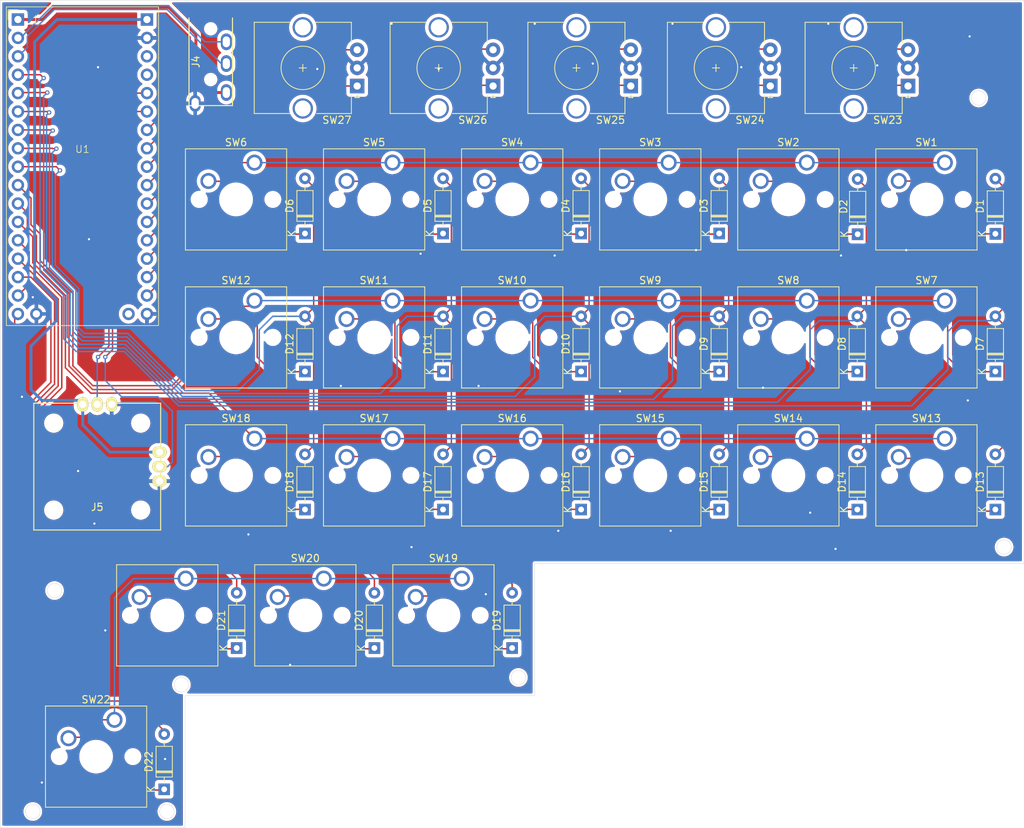
<source format=kicad_pcb>
(kicad_pcb (version 20241229) (generator "pcbnew") (generator_version "9.0")
  (layers (0 "F.Cu" signal) (2 "B.Cu" signal) (13 "F.Paste" user) (15 "B.Paste" user) (5 "F.SilkS" user "F.Silkscreen") (7 "B.SilkS" user "B.Silkscreen") (1 "F.Mask" user) (3 "B.Mask" user) (25 "Edge.Cuts" user))
  (net 0 "")
  (net 1 "VSYS")
  (net 2 "GND")
  (net 3 "+3.3V")
  (net 4 "Net-(D1-K)")
  (net 5 "col1")
  (net 6 "col2")
  (net 7 "Net-(D2-K)")
  (net 8 "Net-(D3-K)")
  (net 9 "col3")
  (net 10 "Net-(D4-K)")
  (net 11 "col4")
  (net 12 "col5")
  (net 13 "Net-(D5-K)")
  (net 14 "Net-(D6-K)")
  (net 15 "Net-(D7-K)")
  (net 16 "Net-(D8-K)")
  (net 17 "Net-(D9-K)")
  (net 18 "Net-(D10-K)")
  (net 19 "Net-(D11-K)")
  (net 20 "Net-(D12-K)")
  (net 21 "Net-(D13-K)")
  (net 22 "Net-(D14-K)")
  (net 23 "Net-(D15-K)")
  (net 24 "col6")
  (net 25 "Net-(D16-K)")
  (net 26 "Net-(D17-K)")
  (net 27 "Net-(D18-K)")
  (net 31 "GPIO23")
  (net 32 "GPIO22")
  (net 33 "GPIO20")
  (net 34 "GPIO17")
  (net 35 "GPIO16")
  (net 36 "GPIO18")
  (net 37 "GPIO21")
  (net 38 "GPIO19")
  (net 39 "GPIO27")
  (net 40 "colX1")
  (net 41 "GPIO25")
  (net 42 "Net-(D19-K)")
  (net 43 "colX2")
  (net 44 "GPIO26")
  (net 45 "Net-(D20-K)")
  (net 46 "GPIO24")
  (net 47 "colX3")
  (net 48 "row1")
  (net 49 "row2")
  (net 50 "row3")
  (net 51 "GPIO1")
  (net 52 "GPIO0")
  (net 53 "Net-(D21-K)")
  (net 54 "Net-(D22-K)")
  (net 55 "colX4")
  (net 56 "rowX")
  (footprint "Diode_THT:D_DO-35_SOD27_P7.62mm_Horizontal" (layer "F.Cu") (at 114.8 88.26 90)
    (property "Reference" "D12")
    (property "Value" "D")
  )
  (footprint "Diode_THT:D_DO-35_SOD27_P7.62mm_Horizontal" (layer "F.Cu") (at 171.95 88.26 90)
    (property "Reference" "D9")
    (property "Value" "D")
  )
  (footprint "Button_Switch_Keyboard:SW_Cherry_MX_1.00u_PCB" (layer "F.Cu") (at 107.829 78.474)
    (property "Reference" "SW12")
    (property "Value" "SW_MEC_5G")
  )
  (footprint "Diode_THT:D_DO-35_SOD27_P7.62mm_Horizontal" (layer "F.Cu") (at 114.8 69.21 90)
    (property "Reference" "D6")
    (property "Value" "D")
  )
  (footprint "Button_Switch_Keyboard:SW_Cherry_MX_1.00u_PCB" (layer "F.Cu") (at 184.029 97.524)
    (property "Reference" "SW14")
    (property "Value" "SW_MEC_5G")
  )
  (footprint "Diode_THT:D_DO-35_SOD27_P7.62mm_Horizontal" (layer "F.Cu") (at 124.38 126.435 90)
    (property "Reference" "D20")
    (property "Value" "D")
  )
  (footprint "Diode_THT:D_DO-35_SOD27_P7.62mm_Horizontal" (layer "F.Cu") (at 171.95 69.21 90)
    (property "Reference" "D3")
    (property "Value" "D")
  )
  (footprint "footprint:JT8P-3.2T- -1-16Y" (layer "F.Cu") (at 86.1375 101.3875)
    (property "Reference" "J5")
    (property "Value" "JT8P-3.2T- -1-16Y")
  )
  (footprint "Button_Switch_Keyboard:SW_Cherry_MX_1.00u_PCB" (layer "F.Cu") (at 107.829 97.524)
    (property "Reference" "SW18")
    (property "Value" "SW_MEC_5G")
  )
  (footprint "Diode_THT:D_DO-35_SOD27_P7.62mm_Horizontal" (layer "F.Cu") (at 210.05 107.31 90)
    (property "Reference" "D13")
    (property "Value" "D")
  )
  (footprint "Diode_THT:D_DO-35_SOD27_P7.62mm_Horizontal" (layer "F.Cu") (at 210.05 69.255 90)
    (property "Reference" "D1")
    (property "Value" "D")
  )
  (footprint "Button_Switch_Keyboard:SW_Cherry_MX_1.00u_PCB" (layer "F.Cu") (at 126.879 97.524)
    (property "Reference" "SW17")
    (property "Value" "SW_MEC_5G")
  )
  (footprint "Rotary_Encoder:RotaryEncoder_Alps_EC12E_Vertical_H20mm_CircularMountingHoles" (layer "F.Cu") (at 159.75 48.85 180)
    (property "Reference" "SW25")
    (property "Value" "RotaryEncoder")
  )
  (footprint "Diode_THT:D_DO-35_SOD27_P7.62mm_Horizontal" (layer "F.Cu") (at 105.38 126.435 90)
    (property "Reference" "D21")
    (property "Value" "D")
  )
  (footprint "Button_Switch_Keyboard:SW_Cherry_MX_1.00u_PCB" (layer "F.Cu") (at 117.389 116.844)
    (property "Reference" "SW20")
    (property "Value" "SW_MEC_5G")
  )
  (footprint "Button_Switch_Keyboard:SW_Cherry_MX_1.00u_PCB" (layer "F.Cu") (at 203.079 59.424)
    (property "Reference" "SW1")
    (property "Value" "SW_MEC_5G")
  )
  (footprint "Rotary_Encoder:RotaryEncoder_Alps_EC12E_Vertical_H20mm_CircularMountingHoles" (layer "F.Cu") (at 198 48.85 180)
    (property "Reference" "SW23")
    (property "Value" "RotaryEncoder")
  )
  (footprint "Button_Switch_Keyboard:SW_Cherry_MX_1.00u_PCB" (layer "F.Cu") (at 126.879 78.474)
    (property "Reference" "SW11")
    (property "Value" "SW_MEC_5G")
  )
  (footprint "Diode_THT:D_DO-35_SOD27_P7.62mm_Horizontal" (layer "F.Cu") (at 133.85 107.31 90)
    (property "Reference" "D17")
    (property "Value" "D")
  )
  (footprint "Diode_THT:D_DO-35_SOD27_P7.62mm_Horizontal" (layer "F.Cu") (at 133.85 69.21 90)
    (property "Reference" "D5")
    (property "Value" "D")
  )
  (footprint "Diode_THT:D_DO-35_SOD27_P7.62mm_Horizontal" (layer "F.Cu") (at 143.38 126.435 90)
    (property "Reference" "D19")
    (property "Value" "D")
  )
  (footprint "Button_Switch_Keyboard:SW_Cherry_MX_1.00u_PCB" (layer "F.Cu") (at 164.979 78.474)
    (property "Reference" "SW9")
    (property "Value" "SW_MEC_5G")
  )
  (footprint "Button_Switch_Keyboard:SW_Cherry_MX_1.00u_PCB" (layer "F.Cu") (at 145.929 78.474)
    (property "Reference" "SW10")
    (property "Value" "SW_MEC_5G")
  )
  (footprint "Diode_THT:D_DO-35_SOD27_P7.62mm_Horizontal" (layer "F.Cu") (at 133.85 88.26 90)
    (property "Reference" "D11")
    (property "Value" "D")
  )
  (footprint "Button_Switch_Keyboard:SW_Cherry_MX_1.00u_PCB" (layer "F.Cu") (at 164.979 97.524)
    (property "Reference" "SW15")
    (property "Value" "SW_MEC_5G")
  )
  (footprint "Diode_THT:D_DO-35_SOD27_P7.62mm_Horizontal" (layer "F.Cu") (at 152.9 69.21 90)
    (property "Reference" "D4")
    (property "Value" "D")
  )
  (footprint "Button_Switch_Keyboard:SW_Cherry_MX_1.00u_PCB" (layer "F.Cu") (at 126.879 59.424)
    (property "Reference" "SW5")
    (property "Value" "SW_MEC_5G")
  )
  (footprint "footprint:AE-RP2040" (layer "F.Cu") (at 84.1 59.92)
    (property "Reference" "U1")
    (property "Value" "~")
  )
  (footprint "Diode_THT:D_DO-35_SOD27_P7.62mm_Horizontal" (layer "F.Cu") (at 210.05 88.26 90)
    (property "Reference" "D7")
    (property "Value" "D")
  )
  (footprint "Button_Switch_Keyboard:SW_Cherry_MX_1.00u_PCB" (layer "F.Cu") (at 203.079 97.524)
    (property "Reference" "SW13")
    (property "Value" "SW_MEC_5G")
  )
  (footprint "Diode_THT:D_DO-35_SOD27_P7.62mm_Horizontal" (layer "F.Cu") (at 114.8 107.31 90)
    (property "Reference" "D18")
    (property "Value" "D")
  )
  (footprint "Diode_THT:D_DO-35_SOD27_P7.62mm_Horizontal" (layer "F.Cu") (at 171.95 107.31 90)
    (property "Reference" "D15")
    (property "Value" "D")
  )
  (footprint "Rotary_Encoder:RotaryEncoder_Alps_EC12E_Vertical_H20mm_CircularMountingHoles" (layer "F.Cu") (at 179 48.85 180)
    (property "Reference" "SW24")
    (property "Value" "RotaryEncoder")
  )
  (footprint "Button_Switch_Keyboard:SW_Cherry_MX_1.00u_PCB" (layer "F.Cu") (at 184.029 59.424)
    (property "Reference" "SW2")
    (property "Value" "SW_MEC_5G")
  )
  (footprint "footprint:MJ-4PP-9" (layer "F.Cu") (at 101.85 45.5 -90)
    (property "Reference" "J4")
    (property "Value" "AudioJack4")
  )
  (footprint "Rotary_Encoder:RotaryEncoder_Alps_EC12E_Vertical_H20mm_CircularMountingHoles" (layer "F.Cu") (at 140.75 48.85 180)
    (property "Reference" "SW26")
    (property "Value" "RotaryEncoder")
  )
  (footprint "Diode_THT:D_DO-35_SOD27_P7.62mm_Horizontal" (layer "F.Cu") (at 191 88.26 90)
    (property "Reference" "D8")
    (property "Value" "D")
  )
  (footprint "Rotary_Encoder:RotaryEncoder_Alps_EC12E_Vertical_H20mm_CircularMountingHoles" (layer "F.Cu") (at 122 48.85 180)
    (property "Reference" "SW27")
    (property "Value" "RotaryEncoder")
  )
  (footprint "Diode_THT:D_DO-35_SOD27_P7.62mm_Horizontal" (layer "F.Cu") (at 191.049 69.31 90)
    (property "Reference" "D2")
    (property "Value" "D")
  )
  (footprint "Button_Switch_Keyboard:SW_Cherry_MX_1.00u_PCB" (layer "F.Cu") (at 164.979 59.424)
    (property "Reference" "SW3")
    (property "Value" "SW_MEC_5G")
  )
  (footprint "Button_Switch_Keyboard:SW_Cherry_MX_1.00u_PCB" (layer "F.Cu") (at 145.929 59.424)
    (property "Reference" "SW4")
    (property "Value" "SW_MEC_5G")
  )
  (footprint "Button_Switch_Keyboard:SW_Cherry_MX_1.00u_PCB" (layer "F.Cu") (at 107.829 59.424)
    (property "Reference" "SW6")
    (property "Value" "SW_MEC_5G")
  )
  (footprint "Button_Switch_Keyboard:SW_Cherry_MX_1.00u_PCB" (layer "F.Cu") (at 184.029 78.474)
    (property "Reference" "SW8")
    (property "Value" "SW_MEC_5G")
  )
  (footprint "Diode_THT:D_DO-35_SOD27_P7.62mm_Horizontal" (layer "F.Cu") (at 95.38 145.935 90)
    (property "Reference" "D22")
    (property "Value" "D")
  )
  (footprint "Button_Switch_Keyboard:SW_Cherry_MX_1.00u_PCB" (layer "F.Cu") (at 88.519 136.344)
    (property "Reference" "SW22")
    (property "Value" "SW_MEC_5G")
  )
  (footprint "Diode_THT:D_DO-35_SOD27_P7.62mm_Horizontal" (layer "F.Cu") (at 152.9 107.31 90)
    (property "Reference" "D16")
    (property "Value" "D")
  )
  (footprint "Diode_THT:D_DO-35_SOD27_P7.62mm_Horizontal" (layer "F.Cu") (at 152.9 88.26 90)
    (property "Reference" "D10")
    (property "Value" "D")
  )
  (footprint "Diode_THT:D_DO-35_SOD27_P7.62mm_Horizontal" (layer "F.Cu") (at 191 107.31 90)
    (property "Reference" "D14")
    (property "Value" "D")
  )
  (footprint "Button_Switch_Keyboard:SW_Cherry_MX_1.00u_PCB" (layer "F.Cu") (at 136.439 116.844)
    (property "Reference" "SW19")
    (property "Value" "SW_MEC_5G")
  )
  (footprint "Button_Switch_Keyboard:SW_Cherry_MX_1.00u_PCB" (layer "F.Cu") (at 203.079 78.474)
    (property "Reference" "SW7")
    (property "Value" "SW_MEC_5G")
  )
  (footprint "Button_Switch_Keyboard:SW_Cherry_MX_1.00u_PCB" (layer "F.Cu") (at 145.929 97.524)
    (property "Reference" "SW16")
    (property "Value" "SW_key")
  )
  (footprint "Button_Switch_Keyboard:SW_Cherry_MX_1.00u_PCB" (layer "F.Cu") (at 98.339 116.844)
    (property "Reference" "SW21" (hide yes))
    (property "Value" "SW_MEC_5G")
  )
  (gr_line (start 146.5 114.75) (end 146.5 133) (stroke (width 0.05)) (layer "Edge.Cuts"))
  (gr_line (start 214 46.5) (end 214 37) (stroke (width 0.05)) (layer "Edge.Cuts"))
  (gr_circle (center 95.75 149) (end 95.75 148) (stroke (width 0.05)) (fill no) (layer "Edge.Cuts"))
  (gr_line (start 214 114.75) (end 146.5 114.75) (stroke (width 0.05)) (layer "Edge.Cuts"))
  (gr_circle (center 80.25 118.5) (end 80.25 117.5) (stroke (width 0.05)) (fill no) (layer "Edge.Cuts"))
  (gr_line (start 214 37) (end 72.75 37) (stroke (width 0.05)) (layer "Edge.Cuts"))
  (gr_circle (center 211.25 112.5) (end 211.25 111.5) (stroke (width 0.05)) (fill no) (layer "Edge.Cuts"))
  (gr_line (start 72.75 151.25) (end 98.25 151.25) (stroke (width 0.05)) (layer "Edge.Cuts"))
  (gr_line (start 146.5 133) (end 98.25 133) (stroke (width 0.05)) (layer "Edge.Cuts"))
  (gr_line (start 98.25 133) (end 98.25 151.25) (stroke (width 0.05)) (layer "Edge.Cuts"))
  (gr_line (start 72.75 37) (end 72.75 44.75) (stroke (width 0.05)) (layer "Edge.Cuts"))
  (gr_line (start 214 46.5) (end 214 114.75) (stroke (width 0.05)) (layer "Edge.Cuts"))
  (gr_circle (center 97.75 131.5) (end 98.75 131.5) (stroke (width 0.05)) (fill no) (layer "Edge.Cuts"))
  (gr_circle (center 207.75 50.5) (end 207.75 49.5) (stroke (width 0.05)) (fill no) (layer "Edge.Cuts"))
  (gr_circle (center 77.25 149) (end 77.25 148) (stroke (width 0.05)) (fill no) (layer "Edge.Cuts"))
  (gr_circle (center 144.25 130.5) (end 144.25 129.5) (stroke (width 0.05)) (fill no) (layer "Edge.Cuts"))
  (gr_line (start 72.75 44.75) (end 72.75 151.25) (stroke (width 0.05)) (layer "Edge.Cuts"))
  (segment (start 80.25 38) (end 96 38) (width 0.4) (layer "F.Cu") (net 1))
  (segment (start 99.75 48.5) (end 99.75 41.75) (width 0.4) (layer "F.Cu") (net 1))
  (segment (start 96 38) (end 99.75 41.75) (width 0.4) (layer "F.Cu") (net 1))
  (segment (start 103.95 49.75) (end 101 49.75) (width 0.4) (layer "F.Cu") (net 1))
  (segment (start 101 49.75) (end 99.75 48.5) (width 0.4) (layer "F.Cu") (net 1))
  (segment (start 78.58 39.67) (end 80.25 38) (width 0.4) (layer "F.Cu") (net 1))
  (segment (start 75.2 39.67) (end 78.58 39.67) (width 0.4) (layer "F.Cu") (net 1))
  (via (at 87.25 124) (size 0.6) (drill 0.3) (layers "F.Cu" "B.Cu") (net 2))
  (via (at 126.75 40.25) (size 0.6) (drill 0.3) (layers "F.Cu" "B.Cu") (net 2))
  (via (at 85 70) (size 0.6) (drill 0.3) (layers "F.Cu" "B.Cu") (net 2))
  (via (at 178 90.5) (size 0.6) (drill 0.3) (layers "F.Cu" "B.Cu") (net 2))
  (via (at 116.5 46.5) (size 0.6) (drill 0.3) (layers "F.Cu" "B.Cu") (net 2))
  (via (at 158.25 91) (size 0.6) (drill 0.3) (layers "F.Cu" "B.Cu") (net 2))
  (via (at 133.25 46.5) (size 0.6) (drill 0.3) (layers "F.Cu" "B.Cu") (net 2))
  (via (at 154.5 45.75) (size 0.6) (drill 0.3) (layers "F.Cu" "B.Cu") (net 2))
  (via (at 119.75 90.25) (size 0.6) (drill 0.3) (layers "F.Cu" "B.Cu") (net 2))
  (via (at 188 112.75) (size 0.6) (drill 0.3) (layers "F.Cu" "B.Cu") (net 2))
  (via (at 107 110.75) (size 0.6) (drill 0.3) (layers "F.Cu" "B.Cu") (net 2))
  (via (at 188.75 72.25) (size 0.6) (drill 0.3) (layers "F.Cu" "B.Cu") (net 2))
  (via (at 86.25 46.25) (size 0.6) (drill 0.3) (layers "F.Cu" "B.Cu") (net 2))
  (via (at 139.75 119) (size 0.6) (drill 0.3) (layers "F.Cu" "B.Cu") (net 2))
  (via (at 112.75 128.75) (size 0.6) (drill 0.3) (layers "F.Cu" "B.Cu") (net 2))
  (via (at 149.75 110.25) (size 0.6) (drill 0.3) (layers "F.Cu" "B.Cu") (net 2))
  (via (at 206.5 42) (size 0.6) (drill 0.3) (layers "F.Cu" "B.Cu") (net 2))
  (via (at 78.5 145) (size 0.6) (drill 0.3) (layers "F.Cu" "B.Cu") (net 2))
  (via (at 77.25 78) (size 0.6) (drill 0.3) (layers "F.Cu" "B.Cu") (net 2))
  (via (at 146.5 40.25) (size 0.6) (drill 0.3) (layers "F.Cu" "B.Cu") (net 2))
  (via (at 165.25 110.25) (size 0.6) (drill 0.3) (layers "F.Cu" "B.Cu") (net 2))
  (via (at 85.75 109.25) (size 0.6) (drill 0.3) (layers "F.Cu" "B.Cu") (net 2))
  (via (at 168.75 71.5) (size 0.6) (drill 0.3) (layers "F.Cu" "B.Cu") (net 2))
  (via (at 184.5 107.75) (size 0.6) (drill 0.3) (layers "F.Cu" "B.Cu") (net 2))
  (via (at 193.75 46) (size 0.6) (drill 0.3) (layers "F.Cu" "B.Cu") (net 2))
  (via (at 206.25 92.25) (size 0.6) (drill 0.3) (layers "F.Cu" "B.Cu") (net 2))
  (via (at 138.75 90.25) (size 0.6) (drill 0.3) (layers "F.Cu" "B.Cu") (net 2))
  (via (at 83.5 102) (size 0.6) (drill 0.3) (layers "F.Cu" "B.Cu") (net 2))
  (via (at 149.25 72.25) (size 0.6) (drill 0.3) (layers "F.Cu" "B.Cu") (net 2))
  (via (at 165.5 40.25) (size 0.6) (drill 0.3) (layers "F.Cu" "B.Cu") (net 2))
  (via (at 197.75 71.5) (size 0.6) (drill 0.3) (layers "F.Cu" "B.Cu") (net 2))
  (via (at 130.75 72) (size 0.6) (drill 0.3) (layers "F.Cu" "B.Cu") (net 2))
  (via (at 75.75 91.75) (size 0.6) (drill 0.3) (layers "F.Cu" "B.Cu") (net 2))
  (via (at 129.5 112.5) (size 0.6) (drill 0.3) (layers "F.Cu" "B.Cu") (net 2))
  (via (at 187 40.25) (size 0.6) (drill 0.3) (layers "F.Cu" "B.Cu") (net 2))
  (via (at 95.5 141.75) (size 0.6) (drill 0.3) (layers "F.Cu" "B.Cu") (net 2))
  (via (at 175 46.25) (size 0.6) (drill 0.3) (layers "F.Cu" "B.Cu") (net 2))
  (segment (start 84.1375 95.6375) (end 87.8875 99.3875) (width 0.4) (layer "B.Cu") (net 3))
  (segment (start 83.6 92.25) (end 78.5 92.25) (width 0.4) (layer "B.Cu") (net 3))
  (segment (start 77 84.75) (end 80.5 81.25) (width 0.4) (layer "B.Cu") (net 3))
  (segment (start 80.5 78.375) (end 77.5 75.375) (width 0.4) (layer "B.Cu") (net 3))
  (segment (start 77 90.75) (end 77 84.75) (width 0.4) (layer "B.Cu") (net 3))
  (segment (start 77.5 42.75) (end 80.58 39.67) (width 0.4) (layer "B.Cu") (net 3))
  (segment (start 77.5 75.375) (end 77.5 42.75) (width 0.4) (layer "B.Cu") (net 3))
  (segment (start 80.5 81.25) (end 80.5 78.375) (width 0.4) (layer "B.Cu") (net 3))
  (segment (start 84.1375 92.7875) (end 84.1375 95.6375) (width 0.4) (layer "B.Cu") (net 3))
  (segment (start 84.1375 92.7875) (end 83.6 92.25) (width 0.2) (layer "B.Cu") (net 3))
  (segment (start 80.58 39.67) (end 93 39.67) (width 0.4) (layer "B.Cu") (net 3))
  (segment (start 87.8875 99.3875) (end 94.7375 99.3875) (width 0.4) (layer "B.Cu") (net 3))
  (segment (start 78.5 92.25) (end 77 90.75) (width 0.4) (layer "B.Cu") (net 3))
  (segment (start 203.5 62.25) (end 203.5 67.25) (width 0.2) (layer "F.Cu") (net 4))
  (segment (start 203.5 67.25) (end 205.505 69.255) (width 0.2) (layer "F.Cu") (net 4))
  (segment (start 199.25 61.25) (end 202.5 61.25) (width 0.2) (layer "F.Cu") (net 4))
  (segment (start 196.729 61.964) (end 198.536 61.964) (width 0.2) (layer "F.Cu") (net 4))
  (segment (start 202.5 61.25) (end 203.5 62.25) (width 0.2) (layer "F.Cu") (net 4))
  (segment (start 198.536 61.964) (end 199.25 61.25) (width 0.2) (layer "F.Cu") (net 4))
  (segment (start 205.505 69.255) (end 210.05 69.255) (width 0.2) (layer "F.Cu") (net 4))
  (segment (start 78.29 47.29) (end 75.2 47.29) (width 0.2) (layer "F.Cu") (net 5))
  (segment (start 78.75 47.75) (end 78.29 47.29) (width 0.2) (layer "F.Cu") (net 5))
  (segment (start 211.25 79.44) (end 211.25 62.835) (width 0.2) (layer "F.Cu") (net 5))
  (segment (start 211.25 98.49) (end 211.25 81.84) (width 0.2) (layer "F.Cu") (net 5))
  (segment (start 210.05 80.64) (end 211.25 79.44) (width 0.2) (layer "F.Cu") (net 5))
  (segment (start 211.25 81.84) (end 210.05 80.64) (width 0.2) (layer "F.Cu") (net 5))
  (segment (start 210.05 99.69) (end 211.25 98.49) (width 0.2) (layer "F.Cu") (net 5))
  (segment (start 211.25 62.835) (end 210.05 61.635) (width 0.2) (layer "F.Cu") (net 5))
  (via (at 78.75 47.75) (size 0.6) (drill 0.3) (layers "F.Cu" "B.Cu") (net 5))
  (segment (start 210.05 80.64) (end 209.44 81.25) (width 0.2) (layer "B.Cu") (net 5))
  (segment (start 198.5 93) (end 97.368628 93) (width 0.2) (layer "B.Cu") (net 5))
  (segment (start 209.44 81.25) (end 205 81.25) (width 0.2) (layer "B.Cu") (net 5))
  (segment (start 97.368628 93) (end 89.868628 85.5) (width 0.2) (layer "B.Cu") (net 5))
  (segment (start 78.25 48.25) (end 78.75 47.75) (width 0.2) (layer "B.Cu") (net 5))
  (segment (start 78.25 74.5) (end 78.25 48.25) (width 0.2) (layer "B.Cu") (net 5))
  (segment (start 205 81.25) (end 203.5 82.75) (width 0.2) (layer "B.Cu") (net 5))
  (segment (start 203.5 82.75) (end 203.5 88) (width 0.2) (layer "B.Cu") (net 5))
  (segment (start 83.25 85.5) (end 81.5 83.75) (width 0.2) (layer "B.Cu") (net 5))
  (segment (start 89.868628 85.5) (end 83.25 85.5) (width 0.2) (layer "B.Cu") (net 5))
  (segment (start 203.5 88) (end 198.5 93) (width 0.2) (layer "B.Cu") (net 5))
  (segment (start 81.5 83.75) (end 81.5 77.75) (width 0.2) (layer "B.Cu") (net 5))
  (segment (start 81.5 77.75) (end 78.25 74.5) (width 0.2) (layer "B.Cu") (net 5))
  (segment (start 192.25 79.39) (end 192.25 62.891) (width 0.2) (layer "F.Cu") (net 6))
  (segment (start 191 99.69) (end 192.25 98.44) (width 0.2) (layer "F.Cu") (net 6))
  (segment (start 75.28 49.75) (end 75.2 49.83) (width 0.2) (layer "F.Cu") (net 6))
  (segment (start 192.25 81.89) (end 191 80.64) (width 0.2) (layer "F.Cu") (net 6))
  (segment (start 79.25 49.75) (end 75.28 49.75) (width 0.2) (layer "F.Cu") (net 6))
  (segment (start 191 80.64) (end 192.25 79.39) (width 0.2) (layer "F.Cu") (net 6))
  (segment (start 192.25 98.44) (end 192.25 81.89) (width 0.2) (layer "F.Cu") (net 6))
  (segment (start 192.25 62.891) (end 191.049 61.69) (width 0.2) (layer "F.Cu") (net 6))
  (via (at 79.25 49.75) (size 0.6) (drill 0.3) (layers "F.Cu" "B.Cu") (net 6))
  (segment (start 78.75 50.25) (end 78.75 74.25) (width 0.2) (layer "B.Cu") (net 6))
  (segment (start 184.5 82.5) (end 185.75 81.25) (width 0.2) (layer "B.Cu") (net 6))
  (segment (start 89.967157 85.032843) (end 97.434314 92.5) (width 0.2) (layer "B.Cu") (net 6))
  (segment (start 180 92.5) (end 184.5 88) (width 0.2) (layer "B.Cu") (net 6))
  (segment (start 82 83.5) (end 83.532843 85.032843) (width 0.2) (layer "B.Cu") (net 6))
  (segment (start 79.25 49.75) (end 78.75 50.25) (width 0.2) (layer "B.Cu") (net 6))
  (segment (start 185.75 81.25) (end 190.39 81.25) (width 0.2) (layer "B.Cu") (net 6))
  (segment (start 184.5 88) (end 184.5 82.5) (width 0.2) (layer "B.Cu") (net 6))
  (segment (start 97.434314 92.5) (end 180 92.5) (width 0.2) (layer "B.Cu") (net 6))
  (segment (start 190.39 81.25) (end 191 80.64) (width 0.2) (layer "B.Cu") (net 6))
  (segment (start 82 77.5) (end 82 83.5) (width 0.2) (layer "B.Cu") (net 6))
  (segment (start 78.75 74.25) (end 82 77.5) (width 0.2) (layer "B.Cu") (net 6))
  (segment (start 83.532843 85.032843) (end 89.967157 85.032843) (width 0.2) (layer "B.Cu") (net 6))
  (segment (start 179.5 62) (end 180.214 61.286) (width 0.2) (layer "F.Cu") (net 7))
  (segment (start 177.693 62) (end 179.5 62) (width 0.2) (layer "F.Cu") (net 7))
  (segment (start 180.214 61.286) (end 183.464 61.286) (width 0.2) (layer "F.Cu") (net 7))
  (segment (start 186.469 69.291) (end 191.014 69.291) (width 0.2) (layer "F.Cu") (net 7))
  (segment (start 183.464 61.286) (end 184.464 62.286) (width 0.2) (layer "F.Cu") (net 7))
  (segment (start 184.464 62.286) (end 184.464 67.286) (width 0.2) (layer "F.Cu") (net 7))
  (segment (start 184.464 67.286) (end 186.469 69.291) (width 0.2) (layer "F.Cu") (net 7))
  (segment (start 165.464 67.286) (end 167.469 69.291) (width 0.2) (layer "F.Cu") (net 8))
  (segment (start 158.693 62) (end 160.5 62) (width 0.2) (layer "F.Cu") (net 8))
  (segment (start 164.464 61.286) (end 165.464 62.286) (width 0.2) (layer "F.Cu") (net 8))
  (segment (start 165.464 62.286) (end 165.464 67.286) (width 0.2) (layer "F.Cu") (net 8))
  (segment (start 160.5 62) (end 161.214 61.286) (width 0.2) (layer "F.Cu") (net 8))
  (segment (start 161.214 61.286) (end 164.464 61.286) (width 0.2) (layer "F.Cu") (net 8))
  (segment (start 167.469 69.291) (end 172.014 69.291) (width 0.2) (layer "F.Cu") (net 8))
  (segment (start 171.95 99.69) (end 173.25 98.39) (width 0.2) (layer "F.Cu") (net 9))
  (segment (start 79.5 52.5) (end 79.37 52.37) (width 0.2) (layer "F.Cu") (net 9))
  (segment (start 173.25 81.94) (end 171.95 80.64) (width 0.2) (layer "F.Cu") (net 9))
  (segment (start 173.25 62.89) (end 173.25 79.34) (width 0.2) (layer "F.Cu") (net 9))
  (segment (start 171.95 61.59) (end 173.25 62.89) (width 0.2) (layer "F.Cu") (net 9))
  (segment (start 173.25 98.39) (end 173.25 81.94) (width 0.2) (layer "F.Cu") (net 9))
  (segment (start 79.37 52.37) (end 75.2 52.37) (width 0.2) (layer "F.Cu") (net 9))
  (segment (start 173.25 79.34) (end 171.95 80.64) (width 0.2) (layer "F.Cu") (net 9))
  (via (at 79.5 52.5) (size 0.6) (drill 0.3) (layers "F.Cu" "B.Cu") (net 9))
  (segment (start 166.86 80.64) (end 165.5 82) (width 0.2) (layer "B.Cu") (net 9))
  (segment (start 83.75 84.5) (end 90 84.5) (width 0.2) (layer "B.Cu") (net 9))
  (segment (start 82.1661 77.099) (end 82 76.9329) (width 0.2) (layer "B.Cu") (net 9))
  (segment (start 97.599 92.099) (end 99.5 92.099) (width 0.2) (layer "B.Cu") (net 9))
  (segment (start 82.401 77.6661) (end 82.401 77.3339) (width 0.2) (layer "B.Cu") (net 9))
  (segment (start 165.5 82) (end 165.5 89.5) (width 0.2) (layer "B.Cu") (net 9))
  (segment (start 82.401 83.151) (end 83.25 84) (width 0.2) (layer "B.Cu") (net 9))
  (segment (start 79.151 52.849) (end 79.5 52.5) (width 0.2) (layer "B.Cu") (net 9))
  (segment (start 82.401 82.5) (end 82.401 83.151) (width 0.2) (layer "B.Cu") (net 9))
  (segment (start 162.901 92.099) (end 99.5 92.099) (width 0.2) (layer "B.Cu") (net 9))
  (segment (start 165.5 89.5) (end 162.901 92.099) (width 0.2) (layer "B.Cu") (net 9))
  (segment (start 171.95 80.64) (end 166.86 80.64) (width 0.2) (layer "B.Cu") (net 9))
  (segment (start 79.151 74.0839) (end 79.151 52.849) (width 0.2) (layer "B.Cu") (net 9))
  (segment (start 83.25 84) (end 83.75 84.5) (width 0.2) (layer "B.Cu") (net 9))
  (segment (start 90 84.5) (end 97.599 92.099) (width 0.2) (layer "B.Cu") (net 9))
  (segment (start 82 76.9329) (end 79.151 74.0839) (width 0.2) (layer "B.Cu") (net 9))
  (segment (start 82.401 78.099) (end 82.401 77.6661) (width 0.2) (layer "B.Cu") (net 9))
  (segment (start 82.401 82.5) (end 82.401 78.099) (width 0.2) (layer "B.Cu") (net 9))
  (segment (start 82.401 77.3339) (end 82.1661 77.099) (width 0.2) (layer "B.Cu") (net 9))
  (segment (start 148.469 69.291) (end 153.014 69.291) (width 0.2) (layer "F.Cu") (net 10))
  (segment (start 145.464 61.286) (end 146.464 62.286) (width 0.2) (layer "F.Cu") (net 10))
  (segment (start 141.5 62) (end 142.214 61.286) (width 0.2) (layer "F.Cu") (net 10))
  (segment (start 146.464 62.286) (end 146.464 67.286) (width 0.2) (layer "F.Cu") (net 10))
  (segment (start 142.214 61.286) (end 145.464 61.286) (width 0.2) (layer "F.Cu") (net 10))
  (segment (start 146.464 67.286) (end 148.469 69.291) (width 0.2) (layer "F.Cu") (net 10))
  (segment (start 139.693 62) (end 141.5 62) (width 0.2) (layer "F.Cu") (net 10))
  (segment (start 154 81.74) (end 154 98.59) (width 0.2) (layer "F.Cu") (net 11))
  (segment (start 154 79.54) (end 152.9 80.64) (width 0.2) (layer "F.Cu") (net 11))
  (segment (start 79.91 54.91) (end 75.2 54.91) (width 0.2) (layer "F.Cu") (net 11))
  (segment (start 80 55) (end 79.91 54.91) (width 0.2) (layer "F.Cu") (net 11))
  (segment (start 154 62.69) (end 154 64.75) (width 0.2) (layer "F.Cu") (net 11))
  (segment (start 154 98.59) (end 152.9 99.69) (width 0.2) (layer "F.Cu") (net 11))
  (segment (start 154 64.75) (end 154 79.54) (width 0.2) (layer "F.Cu") (net 11))
  (segment (start 152.9 61.59) (end 154 62.69) (width 0.2) (layer "F.Cu") (net 11))
  (segment (start 152.9 80.64) (end 154 81.74) (width 0.2) (layer "F.Cu") (net 11))
  (via (at 80 55) (size 0.6) (drill 0.3) (layers "F.Cu" "B.Cu") (net 11))
  (segment (start 147.86 80.64) (end 146.5 82) (width 0.2) (layer "B.Cu") (net 11))
  (segment (start 152.9 80.64) (end 147.86 80.64) (width 0.2) (layer "B.Cu") (net 11))
  (segment (start 97.882314 91.698) (end 90.217157 84.032843) (width 0.2) (layer "B.Cu") (net 11))
  (segment (start 146.5 82) (end 146.5 89) (width 0.2) (layer "B.Cu") (net 11))
  (segment (start 84.084843 84.032843) (end 82.802 82.75) (width 0.2) (layer "B.Cu") (net 11))
  (segment (start 82.802 77.1678) (end 79.552 73.9178) (width 0.2) (layer "B.Cu") (net 11))
  (segment (start 143.802 91.698) (end 97.882314 91.698) (width 0.2) (layer "B.Cu") (net 11))
  (segment (start 146.5 89) (end 143.802 91.698) (width 0.2) (layer "B.Cu") (net 11))
  (segment (start 79.552 73.9178) (end 79.552 55.448) (width 0.2) (layer "B.Cu") (net 11))
  (segment (start 90.217157 84.032843) (end 84.084843 84.032843) (width 0.2) (layer "B.Cu") (net 11))
  (segment (start 82.802 82.75) (end 82.802 77.1678) (width 0.2) (layer "B.Cu") (net 11))
  (segment (start 79.552 55.448) (end 80 55) (width 0.2) (layer "B.Cu") (net 11))
  (segment (start 135 79.49) (end 133.85 80.64) (width 0.2) (layer "F.Cu") (net 12))
  (segment (start 133.85 99.69) (end 135 98.54) (width 0.2) (layer "F.Cu") (net 12))
  (segment (start 135 62.74) (end 135 79.49) (width 0.2) (layer "F.Cu") (net 12))
  (segment (start 133.85 61.59) (end 135 62.74) (width 0.2) (layer "F.Cu") (net 12))
  (segment (start 80 57.5) (end 79.95 57.45) (width 0.2) (layer "F.Cu") (net 12))
  (segment (start 135 81.79) (end 133.85 80.64) (width 0.2) (layer "F.Cu") (net 12))
  (segment (start 135 98.54) (end 135 81.79) (width 0.2) (layer "F.Cu") (net 12))
  (segment (start 79.95 57.45) (end 75.2 57.45) (width 0.2) (layer "F.Cu") (net 12))
  (segment (start 80.5 57.5) (end 80 57.5) (width 0.2) (layer "F.Cu") (net 12))
  (via (at 80.5 57.5) (size 0.6) (drill 0.3) (layers "F.Cu" "B.Cu") (net 12))
  (segment (start 83.203 77.0017) (end 83.203 82.453) (width 0.2) (layer "B.Cu") (net 12))
  (segment (start 90.25 83.5) (end 98.047 91.297) (width 0.2) (layer "B.Cu") (net 12))
  (segment (start 127.5 82) (end 128.86 80.64) (width 0.2) (layer "B.Cu") (net 12))
  (segment (start 79.953 73.7517) (end 83.203 77.0017) (width 0.2) (layer "B.Cu") (net 12))
  (segment (start 84.25 83.5) (end 90.25 83.5) (width 0.2) (layer "B.Cu") (net 12))
  (segment (start 98.047 91.297) (end 125.203 91.297) (width 0.2) (layer "B.Cu") (net 12))
  (segment (start 125.203 91.297) (end 127.5 89) (width 0.2) (layer "B.Cu") (net 12))
  (segment (start 128.86 80.64) (end 133.85 80.64) (width 0.2) (layer "B.Cu") (net 12))
  (segment (start 80.5 57.5) (end 79.953 58.047) (width 0.2) (layer "B.Cu") (net 12))
  (segment (start 127.5 89) (end 127.5 82) (width 0.2) (layer "B.Cu") (net 12))
  (segment (start 79.953 58.047) (end 79.953 73.7517) (width 0.2) (layer "B.Cu") (net 12))
  (segment (start 83.203 82.453) (end 84.25 83.5) (width 0.2) (layer "B.Cu") (net 12))
  (segment (start 122.25 62) (end 122.964 61.286) (width 0.2) (layer "F.Cu") (net 13))
  (segment (start 129.219 69.291) (end 133.764 69.291) (width 0.2) (layer "F.Cu") (net 13))
  (segment (start 122.964 61.286) (end 126.214 61.286) (width 0.2) (layer "F.Cu") (net 13))
  (segment (start 127.214 62.286) (end 127.214 67.286) (width 0.2) (layer "F.Cu") (net 13))
  (segment (start 126.214 61.286) (end 127.214 62.286) (width 0.2) (layer "F.Cu") (net 13))
  (segment (start 127.214 67.286) (end 129.219 69.291) (width 0.2) (layer "F.Cu") (net 13))
  (segment (start 120.443 62) (end 122.25 62) (width 0.2) (layer "F.Cu") (net 13))
  (segment (start 103.964 61.286) (end 107.214 61.286) (width 0.2) (layer "F.Cu") (net 14))
  (segment (start 110.219 69.291) (end 114.764 69.291) (width 0.2) (layer "F.Cu") (net 14))
  (segment (start 108.214 67.286) (end 110.219 69.291) (width 0.2) (layer "F.Cu") (net 14))
  (segment (start 101.443 62) (end 103.25 62) (width 0.2) (layer "F.Cu") (net 14))
  (segment (start 108.214 62.286) (end 108.214 67.286) (width 0.2) (layer "F.Cu") (net 14))
  (segment (start 103.25 62) (end 103.964 61.286) (width 0.2) (layer "F.Cu") (net 14))
  (segment (start 107.214 61.286) (end 108.214 62.286) (width 0.2) (layer "F.Cu") (net 14))
  (segment (start 205.469 88.291) (end 210.014 88.291) (width 0.2) (layer "F.Cu") (net 15))
  (segment (start 196.693 81) (end 198.5 81) (width 0.2) (layer "F.Cu") (net 15))
  (segment (start 199.214 80.286) (end 202.464 80.286) (width 0.2) (layer "F.Cu") (net 15))
  (segment (start 198.5 81) (end 199.214 80.286) (width 0.2) (layer "F.Cu") (net 15))
  (segment (start 203.464 81.286) (end 203.464 86.286) (width 0.2) (layer "F.Cu") (net 15))
  (segment (start 203.464 86.286) (end 205.469 88.291) (width 0.2) (layer "F.Cu") (net 15))
  (segment (start 202.464 80.286) (end 203.464 81.286) (width 0.2) (layer "F.Cu") (net 15))
  (segment (start 184.464 81.286) (end 184.464 86.286) (width 0.2) (layer "F.Cu") (net 16))
  (segment (start 180.214 80.286) (end 183.464 80.286) (width 0.2) (layer "F.Cu") (net 16))
  (segment (start 177.693 81) (end 179.5 81) (width 0.2) (layer "F.Cu") (net 16))
  (segment (start 183.464 80.286) (end 184.464 81.286) (width 0.2) (layer "F.Cu") (net 16))
  (segment (start 179.5 81) (end 180.214 80.286) (width 0.2) (layer "F.Cu") (net 16))
  (segment (start 184.464 86.286) (end 186.469 88.291) (width 0.2) (layer "F.Cu") (net 16))
  (segment (start 186.469 88.291) (end 191.014 88.291) (width 0.2) (layer "F.Cu") (net 16))
  (segment (start 160.964 80.286) (end 164.214 80.286) (width 0.2) (layer "F.Cu") (net 17))
  (segment (start 160.25 81) (end 160.964 80.286) (width 0.2) (layer "F.Cu") (net 17))
  (segment (start 165.214 86.286) (end 167.219 88.291) (width 0.2) (layer "F.Cu") (net 17))
  (segment (start 164.214 80.286) (end 165.214 81.286) (width 0.2) (layer "F.Cu") (net 17))
  (segment (start 158.443 81) (end 160.25 81) (width 0.2) (layer "F.Cu") (net 17))
  (segment (start 167.219 88.291) (end 171.764 88.291) (width 0.2) (layer "F.Cu") (net 17))
  (segment (start 165.214 81.286) (end 165.214 86.286) (width 0.2) (layer "F.Cu") (net 17))
  (segment (start 146.214 86.286) (end 148.219 88.291) (width 0.2) (layer "F.Cu") (net 18))
  (segment (start 141.964 80.286) (end 145.214 80.286) (width 0.2) (layer "F.Cu") (net 18))
  (segment (start 148.219 88.291) (end 152.764 88.291) (width 0.2) (layer "F.Cu") (net 18))
  (segment (start 145.214 80.286) (end 146.214 81.286) (width 0.2) (layer "F.Cu") (net 18))
  (segment (start 139.443 81) (end 141.25 81) (width 0.2) (layer "F.Cu") (net 18))
  (segment (start 146.214 81.286) (end 146.214 86.286) (width 0.2) (layer "F.Cu") (net 18))
  (segment (start 141.25 81) (end 141.964 80.286) (width 0.2) (layer "F.Cu") (net 18))
  (segment (start 122.964 80.286) (end 126.214 80.286) (width 0.2) (layer "F.Cu") (net 19))
  (segment (start 122.25 81) (end 122.964 80.286) (width 0.2) (layer "F.Cu") (net 19))
  (segment (start 127.214 86.286) (end 129.219 88.291) (width 0.2) (layer "F.Cu") (net 19))
  (segment (start 120.443 81) (end 122.25 81) (width 0.2) (layer "F.Cu") (net 19))
  (segment (start 129.219 88.291) (end 133.764 88.291) (width 0.2) (layer "F.Cu") (net 19))
  (segment (start 126.214 80.286) (end 127.214 81.286) (width 0.2) (layer "F.Cu") (net 19))
  (segment (start 127.214 81.286) (end 127.214 86.286) (width 0.2) (layer "F.Cu") (net 19))
  (segment (start 108.214 81.286) (end 108.214 86.286) (width 0.2) (layer "F.Cu") (net 20))
  (segment (start 108.214 86.286) (end 110.219 88.291) (width 0.2) (layer "F.Cu") (net 20))
  (segment (start 103.25 81) (end 103.964 80.286) (width 0.2) (layer "F.Cu") (net 20))
  (segment (start 101.443 81) (end 103.25 81) (width 0.2) (layer "F.Cu") (net 20))
  (segment (start 107.214 80.286) (end 108.214 81.286) (width 0.2) (layer "F.Cu") (net 20))
  (segment (start 103.964 80.286) (end 107.214 80.286) (width 0.2) (layer "F.Cu") (net 20))
  (segment (start 110.219 88.291) (end 114.764 88.291) (width 0.2) (layer "F.Cu") (net 20))
  (segment (start 198.5 100.25) (end 199.214 99.536) (width 0.2) (layer "F.Cu") (net 21))
  (segment (start 199.214 99.536) (end 202.464 99.536) (width 0.2) (layer "F.Cu") (net 21))
  (segment (start 203.464 100.536) (end 203.464 105.536) (width 0.2) (layer "F.Cu") (net 21))
  (segment (start 202.464 99.536) (end 203.464 100.536) (width 0.2) (layer "F.Cu") (net 21))
  (segment (start 196.693 100.25) (end 198.5 100.25) (width 0.2) (layer "F.Cu") (net 21))
  (segment (start 205.469 107.541) (end 210.014 107.541) (width 0.2) (layer "F.Cu") (net 21))
  (segment (start 203.464 105.536) (end 205.469 107.541) (width 0.2) (layer "F.Cu") (net 21))
  (segment (start 186.469 107.291) (end 191.014 107.291) (width 0.2) (layer "F.Cu") (net 22))
  (segment (start 180.214 99.286) (end 183.464 99.286) (width 0.2) (layer "F.Cu") (net 22))
  (segment (start 179.5 100) (end 180.214 99.286) (width 0.2) (layer "F.Cu") (net 22))
  (segment (start 177.693 100) (end 179.5 100) (width 0.2) (layer "F.Cu") (net 22))
  (segment (start 183.464 99.286) (end 184.464 100.286) (width 0.2) (layer "F.Cu") (net 22))
  (segment (start 184.464 100.286) (end 184.464 105.286) (width 0.2) (layer "F.Cu") (net 22))
  (segment (start 184.464 105.286) (end 186.469 107.291) (width 0.2) (layer "F.Cu") (net 22))
  (segment (start 165.464 100.286) (end 165.464 105.286) (width 0.2) (layer "F.Cu") (net 23))
  (segment (start 158.693 100) (end 160.5 100) (width 0.2) (layer "F.Cu") (net 23))
  (segment (start 167.469 107.291) (end 172.014 107.291) (width 0.2) (layer "F.Cu") (net 23))
  (segment (start 165.464 105.286) (end 167.469 107.291) (width 0.2) (layer "F.Cu") (net 23))
  (segment (start 164.464 99.286) (end 165.464 100.286) (width 0.2) (layer "F.Cu") (net 23))
  (segment (start 161.214 99.286) (end 164.464 99.286) (width 0.2) (layer "F.Cu") (net 23))
  (segment (start 160.5 100) (end 161.214 99.286) (width 0.2) (layer "F.Cu") (net 23))
  (segment (start 80.49 59.99) (end 81 60.5) (width 0.2) (layer "F.Cu") (net 24))
  (segment (start 116 81.84) (end 114.8 80.64) (width 0.2) (layer "F.Cu") (net 24))
  (segment (start 114.8 61.59) (end 116 62.79) (width 0.2) (layer "F.Cu") (net 24))
  (segment (start 116 62.79) (end 116 79.44) (width 0.2) (layer "F.Cu") (net 24))
  (segment (start 116 98.49) (end 116 81.84) (width 0.2) (layer "F.Cu") (net 24))
  (segment (start 75.2 59.99) (end 80.49 59.99) (width 0.2) (layer "F.Cu") (net 24))
  (segment (start 116 79.44) (end 114.8 80.64) (width 0.2) (layer "F.Cu") (net 24))
  (segment (start 114.8 99.69) (end 116 98.49) (width 0.2) (layer "F.Cu") (net 24))
  (via (at 81 60.5) (size 0.6) (drill 0.3) (layers "F.Cu" "B.Cu") (net 24))
  (segment (start 108.5 88) (end 108.5 82.5) (width 0.2) (layer "B.Cu") (net 24))
  (segment (start 83.604 82.25) (end 84.354 83) (width 0.2) (layer "B.Cu") (net 24))
  (segment (start 84.354 83) (end 90.354 83) (width 0.2) (layer "B.Cu") (net 24))
  (segment (start 108.5 82.5) (end 110.36 80.64) (width 0.2) (layer "B.Cu") (net 24))
  (segment (start 83.604 78) (end 83.604 82.25) (width 0.2) (layer "B.Cu") (net 24))
  (segment (start 90.354 83) (end 98.25 90.896) (width 0.2) (layer "B.Cu") (net 24))
  (segment (start 98.25 90.896) (end 105.604 90.896) (width 0.2) (layer "B.Cu") (net 24))
  (segment (start 105.604 90.896) (end 108.5 88) (width 0.2) (layer "B.Cu") (net 24))
  (segment (start 80.354 73.5856) (end 80.354 61.146) (width 0.2) (layer "B.Cu") (net 24))
  (segment (start 110.36 80.64) (end 114.8 80.64) (width 0.2) (layer "B.Cu") (net 24))
  (segment (start 83.604 78) (end 83.604 76.8356) (width 0.2) (layer "B.Cu") (net 24))
  (segment (start 80.354 61.146) (end 81 60.5) (width 0.2) (layer "B.Cu") (net 24))
  (segment (start 83.604 76.8356) (end 80.354 73.5856) (width 0.2) (layer "B.Cu") (net 24))
  (segment (start 83.604 78) (end 83.604 77.5) (width 0.2) (layer "B.Cu") (net 24))
  (segment (start 148.469 107.291) (end 153.014 107.291) (width 0.2) (layer "F.Cu") (net 25))
  (segment (start 145.464 99.286) (end 146.464 100.286) (width 0.2) (layer "F.Cu") (net 25))
  (segment (start 141.5 100) (end 142.214 99.286) (width 0.2) (layer "F.Cu") (net 25))
  (segment (start 142.214 99.286) (end 145.464 99.286) (width 0.2) (layer "F.Cu") (net 25))
  (segment (start 139.693 100) (end 141.5 100) (width 0.2) (layer "F.Cu") (net 25))
  (segment (start 146.464 105.286) (end 148.469 107.291) (width 0.2) (layer "F.Cu") (net 25))
  (segment (start 146.464 100.286) (end 146.464 105.286) (width 0.2) (layer "F.Cu") (net 25))
  (segment (start 127.214 105.286) (end 129.219 107.291) (width 0.2) (layer "F.Cu") (net 26))
  (segment (start 127.214 100.286) (end 127.214 105.286) (width 0.2) (layer "F.Cu") (net 26))
  (segment (start 122.964 99.286) (end 126.214 99.286) (width 0.2) (layer "F.Cu") (net 26))
  (segment (start 120.443 100) (end 122.25 100) (width 0.2) (layer "F.Cu") (net 26))
  (segment (start 126.214 99.286) (end 127.214 100.286) (width 0.2) (layer "F.Cu") (net 26))
  (segment (start 129.219 107.291) (end 133.764 107.291) (width 0.2) (layer "F.Cu") (net 26))
  (segment (start 122.25 100) (end 122.964 99.286) (width 0.2) (layer "F.Cu") (net 26))
  (segment (start 107.214 99.286) (end 108.214 100.286) (width 0.2) (layer "F.Cu") (net 27))
  (segment (start 108.214 105.286) (end 110.219 107.291) (width 0.2) (layer "F.Cu") (net 27))
  (segment (start 101.443 100) (end 103.25 100) (width 0.2) (layer "F.Cu") (net 27))
  (segment (start 103.964 99.286) (end 107.214 99.286) (width 0.2) (layer "F.Cu") (net 27))
  (segment (start 110.219 107.291) (end 114.764 107.291) (width 0.2) (layer "F.Cu") (net 27))
  (segment (start 108.214 100.286) (end 108.214 105.286) (width 0.2) (layer "F.Cu") (net 27))
  (segment (start 103.25 100) (end 103.964 99.286) (width 0.2) (layer "F.Cu") (net 27))
  (segment (start 98.99 54) (end 93 59.99) (width 0.2) (layer "F.Cu") (net 31))
  (segment (start 132.29145 43.75) (end 122.04145 54) (width 0.2) (layer "F.Cu") (net 31))
  (segment (start 122.04145 54) (end 98.99 54) (width 0.2) (layer "F.Cu") (net 31))
  (segment (start 140.64145 43.75) (end 132.29145 43.75) (width 0.2) (layer "F.Cu") (net 31))
  (segment (start 94.5 60) (end 94.5 61.03) (width 0.2) (layer "F.Cu") (net 32))
  (segment (start 140.64145 48.75) (end 127.85855 48.75) (width 0.2) (layer "F.Cu") (net 32))
  (segment (start 122.080707 54.527843) (end 99.972157 54.527843) (width 0.2) (layer "F.Cu") (net 32))
  (segment (start 127.85855 48.75) (end 122.080707 54.527843) (width 0.2) (layer "F.Cu") (net 32))
  (segment (start 94.5 61.03) (end 93 62.53) (width 0.2) (layer "F.Cu") (net 32))
  (segment (start 99.972157 54.527843) (end 94.5 60) (width 0.2) (layer "F.Cu") (net 32))
  (segment (start 140.10855 55.5) (end 100.5 55.5) (width 0.2) (layer "F.Cu") (net 33))
  (segment (start 146.85855 48.75) (end 140.10855 55.5) (width 0.2) (layer "F.Cu") (net 33))
  (segment (start 95.5 60.5) (end 95.5 65.25) (width 0.2) (layer "F.Cu") (net 33))
  (segment (start 95.5 65.25) (end 93.14 67.61) (width 0.2) (layer "F.Cu") (net 33))
  (segment (start 100.5 55.5) (end 95.5 60.5) (width 0.2) (layer "F.Cu") (net 33))
  (segment (start 93.14 67.61) (end 93 67.61) (width 0.2) (layer "F.Cu") (net 33))
  (segment (start 159.64145 48.75) (end 146.85855 48.75) (width 0.2) (layer "F.Cu") (net 33))
  (segment (start 197.89145 43.75) (end 189.54145 43.75) (width 0.2) (layer "F.Cu") (net 34))
  (segment (start 101.25 57) (end 97 61.25) (width 0.2) (layer "F.Cu") (net 34))
  (segment (start 97 71.23) (end 93 75.23) (width 0.2) (layer "F.Cu") (net 34))
  (segment (start 97 61.25) (end 97 71.23) (width 0.2) (layer "F.Cu") (net 34))
  (segment (start 189.54145 43.75) (end 176.29145 57) (width 0.2) (layer "F.Cu") (net 34))
  (segment (start 176.29145 57) (end 101.25 57) (width 0.2) (layer "F.Cu") (net 34))
  (segment (start 197.89145 48.75) (end 185.10855 48.75) (width 0.2) (layer "F.Cu") (net 35))
  (segment (start 97.5 61.5) (end 97.5 73.27) (width 0.2) (layer "F.Cu") (net 35))
  (segment (start 101.5 57.5) (end 97.5 61.5) (width 0.2) (layer "F.Cu") (net 35))
  (segment (start 185.10855 48.75) (end 176.35855 57.5) (width 0.2) (layer "F.Cu") (net 35))
  (segment (start 97.5 73.27) (end 93 77.77) (width 0.2) (layer "F.Cu") (net 35))
  (segment (start 176.35855 57.5) (end 101.5 57.5) (width 0.2) (layer "F.Cu") (net 35))
  (segment (start 166.35855 48.75) (end 158.60855 56.5) (width 0.2) (layer "F.Cu") (net 36))
  (segment (start 96.5 61) (end 96.5 69.19) (width 0.2) (layer "F.Cu") (net 36))
  (segment (start 101 56.5) (end 96.5 61) (width 0.2) (layer "F.Cu") (net 36))
  (segment (start 96.5 69.19) (end 93 72.69) (width 0.2) (layer "F.Cu") (net 36))
  (segment (start 179.14145 48.75) (end 166.35855 48.75) (width 0.2) (layer "F.Cu") (net 36))
  (segment (start 158.60855 56.5) (end 101 56.5) (width 0.2) (layer "F.Cu") (net 36))
  (segment (start 95.032843 60.25) (end 95.032843 63.217157) (width 0.2) (layer "F.Cu") (net 37))
  (segment (start 140.04145 55) (end 100.282843 55) (width 0.2) (layer "F.Cu") (net 37))
  (segment (start 100.282843 55) (end 95.032843 60.25) (width 0.2) (layer "F.Cu") (net 37))
  (segment (start 95.032843 63.217157) (end 93.18 65.07) (width 0.2) (layer "F.Cu") (net 37))
  (segment (start 93.18 65.07) (end 93 65.07) (width 0.2) (layer "F.Cu") (net 37))
  (segment (start 159.64145 43.75) (end 151.29145 43.75) (width 0.2) (layer "F.Cu") (net 37))
  (segment (start 151.29145 43.75) (end 140.04145 55) (width 0.2) (layer "F.Cu") (net 37))
  (segment (start 96 67.15) (end 93 70.15) (width 0.2) (layer "F.Cu") (net 38))
  (segment (start 179.14145 43.75) (end 170.79145 43.75) (width 0.2) (layer "F.Cu") (net 38))
  (segment (start 170.79145 43.75) (end 158.54145 56) (width 0.2) (layer "F.Cu") (net 38))
  (segment (start 100.75 56) (end 96 60.75) (width 0.2) (layer "F.Cu") (net 38))
  (segment (start 96 60.75) (end 96 67.15) (width 0.2) (layer "F.Cu") (net 38))
  (segment (start 158.54145 56) (end 100.75 56) (width 0.2) (layer "F.Cu") (net 38))
  (segment (start 86.25 86.25) (end 87.75 84.75) (width 0.2) (layer "F.Cu") (net 39))
  (segment (start 87.75 52.75) (end 90.67 49.83) (width 0.2) (layer "F.Cu") (net 39))
  (segment (start 90.67 49.83) (end 93 49.83) (width 0.2) (layer "F.Cu") (net 39))
  (segment (start 87.75 84.75) (end 87.75 52.75) (width 0.2) (layer "F.Cu") (net 39))
  (via (at 86.25 86.25) (size 0.6) (drill 0.3) (layers "F.Cu" "B.Cu") (net 39))
  (segment (start 86.1375 86.3625) (end 86.25 86.25) (width 0.2) (layer "B.Cu") (net 39))
  (segment (start 86.1375 92.7875) (end 86.1375 86.3625) (width 0.2) (layer "B.Cu") (net 39))
  (segment (start 77.75 94) (end 81.25 90.5) (width 0.2) (layer "F.Cu") (net 40))
  (segment (start 78.631372 114.25) (end 77.75 113.368628) (width 0.2) (layer "F.Cu") (net 40))
  (segment (start 143.38 118.815) (end 143.38 117.63) (width 0.2) (layer "F.Cu") (net 40))
  (segment (start 75.2 70.2) (end 75.2 70.15) (width 0.2) (layer "F.Cu") (net 40))
  (segment (start 81.25 90.5) (end 81.25 78) (width 0.2) (layer "F.Cu") (net 40))
  (segment (start 76.75 73.5) (end 76.75 71.75) (width 0.2) (layer "F.Cu") (net 40))
  (segment (start 140 114.25) (end 78.631372 114.25) (width 0.2) (layer "F.Cu") (net 40))
  (segment (start 81.25 78) (end 76.75 73.5) (width 0.2) (layer "F.Cu") (net 40))
  (segment (start 76.75 71.75) (end 75.2 70.2) (width 0.2) (layer "F.Cu") (net 40))
  (segment (start 143.38 117.63) (end 140 114.25) (width 0.2) (layer "F.Cu") (net 40))
  (segment (start 77.75 113.368628) (end 77.75 94) (width 0.2) (layer "F.Cu") (net 40))
  (segment (start 104.5 53) (end 113.65 43.85) (width 0.2) (layer "F.Cu") (net 41))
  (segment (start 113.65 43.85) (end 122 43.85) (width 0.2) (layer "F.Cu") (net 41))
  (segment (start 93 54.91) (end 94.91 53) (width 0.2) (layer "F.Cu") (net 41))
  (segment (start 94.91 53) (end 104.5 53) (width 0.2) (layer "F.Cu") (net 41))
  (segment (start 129.943 119.25) (end 131.75 119.25) (width 0.2) (layer "F.Cu") (net 42))
  (segment (start 136.714 124.536) (end 138.719 126.541) (width 0.2) (layer "F.Cu") (net 42))
  (segment (start 135.714 118.536) (end 136.714 119.536) (width 0.2) (layer "F.Cu") (net 42))
  (segment (start 131.75 119.25) (end 132.464 118.536) (width 0.2) (layer "F.Cu") (net 42))
  (segment (start 138.719 126.541) (end 143.264 126.541) (width 0.2) (layer "F.Cu") (net 42))
  (segment (start 136.714 119.536) (end 136.714 124.536) (width 0.2) (layer "F.Cu") (net 42))
  (segment (start 132.464 118.536) (end 135.714 118.536) (width 0.2) (layer "F.Cu") (net 42))
  (segment (start 124.38 118.815) (end 124.38 116.88) (width 0.2) (layer "F.Cu") (net 43))
  (segment (start 77.282843 93.717157) (end 80.75 90.25) (width 0.2) (layer "F.Cu") (net 43))
  (segment (start 78.565686 114.75) (end 77.282843 113.467157) (width 0.2) (layer "F.Cu") (net 43))
  (segment (start 80.75 90.25) (end 80.75 78.25) (width 0.2) (layer "F.Cu") (net 43))
  (segment (start 124.38 116.88) (end 122.25 114.75) (width 0.2) (layer "F.Cu") (net 43))
  (segment (start 122.25 114.75) (end 78.565686 114.75) (width 0.2) (layer "F.Cu") (net 43))
  (segment (start 75.2 72.7) (end 75.2 72.69) (width 0.2) (layer "F.Cu") (net 43))
  (segment (start 80.75 78.25) (end 75.2 72.7) (width 0.2) (layer "F.Cu") (net 43))
  (segment (start 77.282843 113.467157) (end 77.282843 93.717157) (width 0.2) (layer "F.Cu") (net 43))
  (segment (start 89.63 52.37) (end 93 52.37) (width 0.2) (layer "F.Cu") (net 44))
  (segment (start 88.25 53.75) (end 89.63 52.37) (width 0.2) (layer "F.Cu") (net 44))
  (segment (start 88.25 85.25) (end 88.25 53.75) (width 0.2) (layer "F.Cu") (net 44))
  (segment (start 87.25 86.25) (end 88.25 85.25) (width 0.2) (layer "F.Cu") (net 44))
  (via (at 87.25 86.25) (size 0.6) (drill 0.3) (layers "F.Cu" "B.Cu") (net 44))
  (segment (start 95.8625 101.3875) (end 96.5 100.75) (width 0.2) (layer "B.Cu") (net 44))
  (segment (start 94.5 91.75) (end 89.5 91.75) (width 0.2) (layer "B.Cu") (net 44))
  (segment (start 94.7375 101.3875) (end 95.8625 101.3875) (width 0.2) (layer "B.Cu") (net 44))
  (segment (start 96.5 93.75) (end 94.5 91.75) (width 0.2) (layer "B.Cu") (net 44))
  (segment (start 89.5 91.75) (end 87.25 89.5) (width 0.2) (layer "B.Cu") (net 44))
  (segment (start 87.25 89.5) (end 87.25 86.25) (width 0.2) (layer "B.Cu") (net 44))
  (segment (start 96.5 100.75) (end 96.5 93.75) (width 0.2) (layer "B.Cu") (net 44))
  (segment (start 119.969 126.541) (end 124.514 126.541) (width 0.2) (layer "F.Cu") (net 45))
  (segment (start 113 119.25) (end 113.714 118.536) (width 0.2) (layer "F.Cu") (net 45))
  (segment (start 113.714 118.536) (end 116.964 118.536) (width 0.2) (layer "F.Cu") (net 45))
  (segment (start 117.964 124.536) (end 119.969 126.541) (width 0.2) (layer "F.Cu") (net 45))
  (segment (start 111.193 119.25) (end 113 119.25) (width 0.2) (layer "F.Cu") (net 45))
  (segment (start 116.964 118.536) (end 117.964 119.536) (width 0.2) (layer "F.Cu") (net 45))
  (segment (start 117.964 119.536) (end 117.964 124.536) (width 0.2) (layer "F.Cu") (net 45))
  (segment (start 93 57.45) (end 97.049 53.401) (width 0.2) (layer "F.Cu") (net 46))
  (segment (start 97.049 53.401) (end 104.6661 53.401) (width 0.2) (layer "F.Cu") (net 46))
  (segment (start 104.6661 53.401) (end 109.2171 48.85) (width 0.2) (layer "F.Cu") (net 46))
  (segment (start 109.2171 48.85) (end 122 48.85) (width 0.2) (layer "F.Cu") (net 46))
  (segment (start 103.75 115.25) (end 78.5 115.25) (width 0.2) (layer "F.Cu") (net 47))
  (segment (start 80.25 90) (end 80.25 78.5) (width 0.2) (layer "F.Cu") (net 47))
  (segment (start 76.98 75.23) (end 75.2 75.23) (width 0.2) (layer "F.Cu") (net 47))
  (segment (start 105.38 116.88) (end 103.75 115.25) (width 0.2) (layer "F.Cu") (net 47))
  (segment (start 80.25 78.5) (end 76.98 75.23) (width 0.2) (layer "F.Cu") (net 47))
  (segment (start 76.75 93.5) (end 80.25 90) (width 0.2) (layer "F.Cu") (net 47))
  (segment (start 78.5 115.25) (end 76.75 113.5) (width 0.2) (layer "F.Cu") (net 47))
  (segment (start 105.38 118.815) (end 105.38 116.88) (width 0.2) (layer "F.Cu") (net 47))
  (segment (start 76.75 113.5) (end 76.75 93.5) (width 0.2) (layer "F.Cu") (net 47))
  (segment (start 75.2 62.53) (end 77 64.33) (width 0.2) (layer "F.Cu") (net 48))
  (segment (start 78.282843 72.967157) (end 78.282843 69.282843) (width 0.2) (layer "F.Cu") (net 48))
  (segment (start 96.467157 90.217157) (end 86.75 90.217157) (width 0.2) (layer "F.Cu") (net 48))
  (segment (start 77 64.33) (end 77 65.25) (width 0.2) (layer "F.Cu") (net 48))
  (segment (start 107.829 59.424) (end 101.076 59.424) (width 0.2) (layer "F.Cu") (net 48))
  (segment (start 98.25 62.25) (end 98.25 88.434314) (width 0.2) (layer "F.Cu") (net 48))
  (segment (start 85.532843 90.217157) (end 82.782843 87.467157) (width 0.2) (layer "F.Cu") (net 48))
  (segment (start 86.75 90.217157) (end 85.532843 90.217157) (width 0.2) (layer "F.Cu") (net 48))
  (segment (start 78.282843 69.282843) (end 77.25 68.25) (width 0.2) (layer "F.Cu") (net 48))
  (segment (start 77 68) (end 77 65.25) (width 0.2) (layer "F.Cu") (net 48))
  (segment (start 101.076 59.424) (end 98.25 62.25) (width 0.2) (layer "F.Cu") (net 48))
  (segment (start 77.25 68.25) (end 77 68) (width 0.2) (layer "F.Cu") (net 48))
  (segment (start 98.25 88.434314) (end 96.467157 90.217157) (width 0.2) (layer "F.Cu") (net 48))
  (segment (start 82.782843 87.467157) (end 82.782843 77.467157) (width 0.2) (layer "F.Cu") (net 48))
  (segment (start 82.782843 77.467157) (end 78.282843 72.967157) (width 0.2) (layer "F.Cu") (net 48))
  (segment (start 203.079 59.424) (end 107.829 59.424) (width 0.2) (layer "B.Cu") (net 48))
  (segment (start 82.25 77.5) (end 77.75 73) (width 0.2) (layer "F.Cu") (net 49))
  (segment (start 107.829 78.474) (end 107.053 79.25) (width 0.2) (layer "F.Cu") (net 49))
  (segment (start 76.5 66.37) (end 75.2 65.07) (width 0.2) (layer "F.Cu") (net 49))
  (segment (start 82.25 87.5) (end 82.25 77.5) (width 0.2) (layer "F.Cu") (net 49))
  (segment (start 77.75 73) (end 77.75 69.5) (width 0.2) (layer "F.Cu") (net 49))
  (segment (start 96.5 90.75) (end 85.5 90.75) (width 0.2) (layer "F.Cu") (net 49))
  (segment (start 98.75 88.5) (end 96.5 90.75) (width 0.2) (layer "F.Cu") (net 49))
  (segment (start 100.75 79.25) (end 98.75 81.25) (width 0.2) (layer "F.Cu") (net 49))
  (segment (start 76.5 68.25) (end 76.5 66.37) (width 0.2) (layer "F.Cu") (net 49))
  (segment (start 98.75 81.25) (end 98.75 88.5) (width 0.2) (layer "F.Cu") (net 49))
  (segment (start 85.5 90.75) (end 82.25 87.5) (width 0.2) (layer "F.Cu") (net 49))
  (segment (start 107.053 79.25) (end 100.75 79.25) (width 0.2) (layer "F.Cu") (net 49))
  (segment (start 77.75 69.5) (end 76.5 68.25) (width 0.2) (layer "F.Cu") (net 49))
  (segment (start 203.079 78.474) (end 107.829 78.474) (width 0.2) (layer "B.Cu") (net 49))
  (segment (start 85.25 91.25) (end 81.75 87.75) (width 0.2) (layer "F.Cu") (net 50))
  (segment (start 107.829 97.524) (end 101.555 91.25) (width 0.2) (layer "F.Cu") (net 50))
  (segment (start 81.75 77.75) (end 81.75 78.25) (width 0.2) (layer "F.Cu") (net 50))
  (segment (start 77.25 73.25) (end 81.75 77.75) (width 0.2) (layer "F.Cu") (net 50))
  (segment (start 75.2 67.61) (end 77.25 69.66) (width 0.2) (layer "F.Cu") (net 50))
  (segment (start 101.555 91.25) (end 85.25 91.25) (width 0.2) (layer "F.Cu") (net 50))
  (segment (start 77.25 69.66) (end 77.25 73.25) (width 0.2) (layer "F.Cu") (net 50))
  (segment (start 81.75 87.75) (end 81.75 78.25) (width 0.2) (layer "F.Cu") (net 50))
  (segment (start 203.079 97.524) (end 107.829 97.524) (width 0.2) (layer "B.Cu") (net 50))
  (segment (start 103.95 45.75) (end 103.934314 45.75) (width 0.2) (layer "F.Cu") (net 51))
  (segment (start 76.5 42) (end 76.5 43.5) (width 0.2) (layer "B.Cu") (net 51))
  (segment (start 75.25 44.75) (end 75.2 44.75) (width 0.2) (layer "B.Cu") (net 51))
  (segment (start 103.95 45.75) (end 103.25 45.75) (width 0.2) (layer "B.Cu") (net 51))
  (segment (start 80.217157 38.282843) (end 76.5 42) (width 0.2) (layer "B.Cu") (net 51))
  (segment (start 95.782843 38.282843) (end 80.217157 38.282843) (width 0.2) (layer "B.Cu") (net 51))
  (segment (start 103.25 45.75) (end 95.782843 38.282843) (width 0.2) (layer "B.Cu") (net 51))
  (segment (start 76.5 43.5) (end 75.25 44.75) (width 0.2) (layer "B.Cu") (net 51))
  (segment (start 75.79 42.21) (end 75.2 42.21) (width 0.2) (layer "F.Cu") (net 52))
  (segment (start 101 42.75) (end 100.25 42) (width 0.2) (layer "B.Cu") (net 52))
  (segment (start 96 37.75) (end 80 37.75) (width 0.2) (layer "B.Cu") (net 52))
  (segment (start 80 37.75) (end 75.54 42.21) (width 0.2) (layer "B.Cu") (net 52))
  (segment (start 100.25 42) (end 96 37.75) (width 0.2) (layer "B.Cu") (net 52))
  (segment (start 103.95 42.75) (end 101 42.75) (width 0.2) (layer "B.Cu") (net 52))
  (segment (start 75.54 42.21) (end 75.2 42.21) (width 0.2) (layer "B.Cu") (net 52))
  (segment (start 91.943 119.25) (end 93.75 119.25) (width 0.2) (layer "F.Cu") (net 53))
  (segment (start 94.464 118.536) (end 97.714 118.536) (width 0.2) (layer "F.Cu") (net 53))
  (segment (start 98.714 124.536) (end 100.719 126.541) (width 0.2) (layer "F.Cu") (net 53))
  (segment (start 98.714 119.536) (end 98.714 124.536) (width 0.2) (layer "F.Cu") (net 53))
  (segment (start 93.75 119.25) (end 94.464 118.536) (width 0.2) (layer "F.Cu") (net 53))
  (segment (start 100.719 126.541) (end 105.264 126.541) (width 0.2) (layer "F.Cu") (net 53))
  (segment (start 97.714 118.536) (end 98.714 119.536) (width 0.2) (layer "F.Cu") (net 53))
  (segment (start 87.964 138.036) (end 88.964 139.036) (width 0.2) (layer "F.Cu") (net 54))
  (segment (start 88.964 139.036) (end 88.964 144.036) (width 0.2) (layer "F.Cu") (net 54))
  (segment (start 84.714 138.036) (end 87.964 138.036) (width 0.2) (layer "F.Cu") (net 54))
  (segment (start 90.969 146.041) (end 95.514 146.041) (width 0.2) (layer "F.Cu") (net 54))
  (segment (start 82.193 138.75) (end 84 138.75) (width 0.2) (layer "F.Cu") (net 54))
  (segment (start 88.964 144.036) (end 90.969 146.041) (width 0.2) (layer "F.Cu") (net 54))
  (segment (start 84 138.75) (end 84.714 138.036) (width 0.2) (layer "F.Cu") (net 54))
  (segment (start 91.25 133.75) (end 95.38 137.88) (width 0.2) (layer "F.Cu") (net 55))
  (segment (start 76.25 129.75) (end 80.25 133.75) (width 0.2) (layer "F.Cu") (net 55))
  (segment (start 79.75 89.75) (end 76.25 93.25) (width 0.2) (layer "F.Cu") (net 55))
  (segment (start 75.2 77.77) (end 76.72 76.25) (width 0.2) (layer "F.Cu") (net 55))
  (segment (start 76.72 76.25) (end 77.25 76.25) (width 0.2) (layer "F.Cu") (net 55))
  (segment (start 80.25 133.75) (end 91.25 133.75) (width 0.2) (layer "F.Cu") (net 55))
  (segment (start 77.25 76.25) (end 79.75 78.75) (width 0.2) (layer "F.Cu") (net 55))
  (segment (start 95.38 137.88) (end 95.38 138.315) (width 0.2) (layer "F.Cu") (net 55))
  (segment (start 79.75 78.75) (end 79.75 89.75) (width 0.2) (layer "F.Cu") (net 55))
  (segment (start 76.25 93.25) (end 76.25 129.75) (width 0.2) (layer "F.Cu") (net 55))
  (segment (start 88.519 136.344) (end 78.094 136.344) (width 0.2) (layer "F.Cu") (net 56))
  (segment (start 74.75 133) (end 74.75 80.76) (width 0.2) (layer "F.Cu") (net 56))
  (segment (start 78.094 136.344) (end 74.75 133) (width 0.2) (layer "F.Cu") (net 56))
  (segment (start 74.75 80.76) (end 75.2 80.31) (width 0.2) (layer "F.Cu") (net 56))
  (segment (start 88.519 136.344) (end 88.519 119.481) (width 0.2) (layer "B.Cu") (net 56))
  (segment (start 88.519 119.481) (end 91.156 116.844) (width 0.2) (layer "B.Cu") (net 56))
  (segment (start 136.439 116.844) (end 98.339 116.844) (width 0.2) (layer "B.Cu") (net 56))
  (segment (start 91.156 116.844) (end 98.339 116.844) (width 0.2) (layer "B.Cu") (net 56))
  (zone (net 2) (net_name "GND") (layers "F.Cu" "B.Cu") (connect_pads (clearance 0.5)) (min_thickness 0.25) (fill yes (thermal_gap 0.5) (thermal_bridge_width 0.5))
    (polygon (pts (xy 214 37) (xy 72.75 37) (xy 72.75 151.25) (xy 98.25 151.25) (xy 98.25 133) (xy 146.5 133) (xy 146.5 114.75) (xy 214 114.75)))
  )
)
</source>
